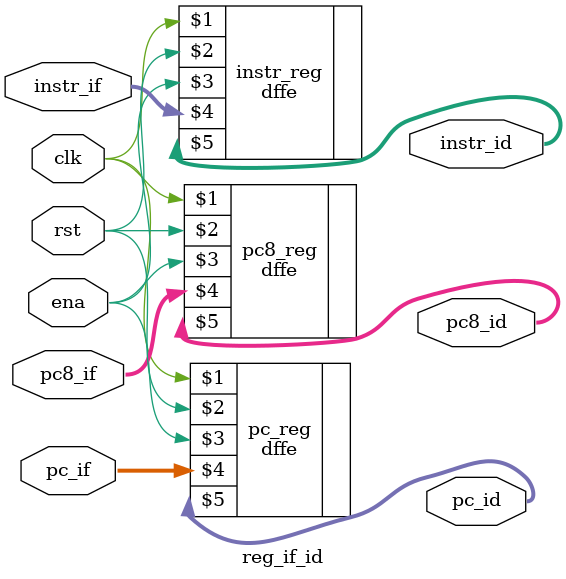
<source format=v>
`timescale 1ns / 1ps
module reg_if_id(
			input clk,
			input rst,
			input ena,
			input [31:0] pc8_if,
			input [31:0] pc_if,
			input [31:0] instr_if,
			output[31:0] pc8_id,
			output[31:0] pc_id,
			output[31:0] instr_id
    );

dffe #(32) pc8_reg(clk, rst, ena, pc8_if, pc8_id);
dffe #(32) instr_reg(clk, rst, ena, instr_if, instr_id);
dffe #(32) pc_reg(clk, rst, ena, pc_if, pc_id);
endmodule

</source>
